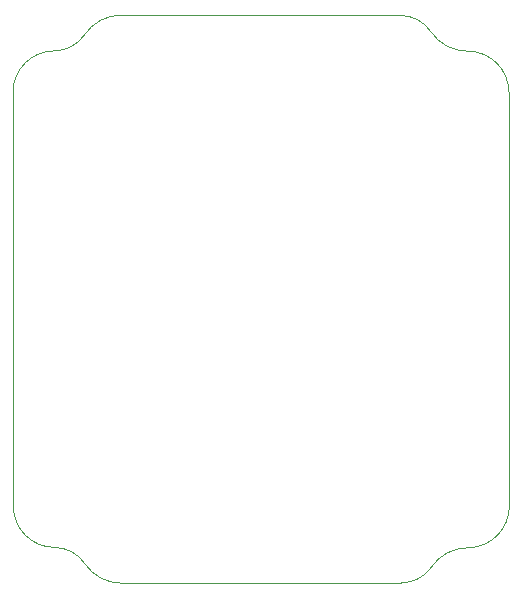
<source format=gm1>
G04 #@! TF.GenerationSoftware,KiCad,Pcbnew,(5.1.4)-1*
G04 #@! TF.CreationDate,2020-05-13T10:23:39+02:00*
G04 #@! TF.ProjectId,Pacifista_TinyFPGA,50616369-6669-4737-9461-5f54696e7946,rev?*
G04 #@! TF.SameCoordinates,Original*
G04 #@! TF.FileFunction,Profile,NP*
%FSLAX46Y46*%
G04 Gerber Fmt 4.6, Leading zero omitted, Abs format (unit mm)*
G04 Created by KiCad (PCBNEW (5.1.4)-1) date 2020-05-13 10:23:39*
%MOMM*%
%LPD*%
G04 APERTURE LIST*
%ADD10C,0.100000*%
G04 APERTURE END LIST*
D10*
X106883200Y-136956800D02*
X106847640Y-101925120D01*
X100228400Y-96779080D02*
G75*
G03X97650193Y-95407497I-2578207J-1737377D01*
G01*
X97734120Y-143454120D02*
X74046080Y-143478756D01*
X64861440Y-101904800D02*
X64886840Y-136956800D01*
X100229774Y-96779809D02*
G75*
G03X103352600Y-98435160I3112666J2098769D01*
G01*
X100260167Y-142154562D02*
G75*
G02X97732545Y-143453339I-2527622J1810183D01*
G01*
X70894118Y-97077156D02*
G75*
G02X68356480Y-98409760I-2550445J1774261D01*
G01*
X64886782Y-136954778D02*
G75*
G03X68356480Y-140446760I3490018J-2022D01*
G01*
X68355451Y-98409765D02*
G75*
G03X64861440Y-101909880I6109J-3500115D01*
G01*
X70932040Y-141820564D02*
G75*
G03X68353833Y-140448981I-2578207J-1737377D01*
G01*
X100258497Y-142155321D02*
G75*
G02X103378000Y-140482320I3094103J-2024475D01*
G01*
X70892129Y-97082598D02*
G75*
G02X74046080Y-95382080I3143791J-2055714D01*
G01*
X70931607Y-141823732D02*
G75*
G03X74046080Y-143479520I3114473J2101208D01*
G01*
X103378058Y-140482265D02*
G75*
G03X106883200Y-136951720I-20378J3525465D01*
G01*
X106847640Y-101925120D02*
G75*
G03X103347520Y-98435160I-3495040J-5080D01*
G01*
X97652840Y-95407480D02*
X74046080Y-95382080D01*
X100228400Y-96779080D02*
G75*
G03X97650193Y-95407497I-2578207J-1737377D01*
G01*
M02*

</source>
